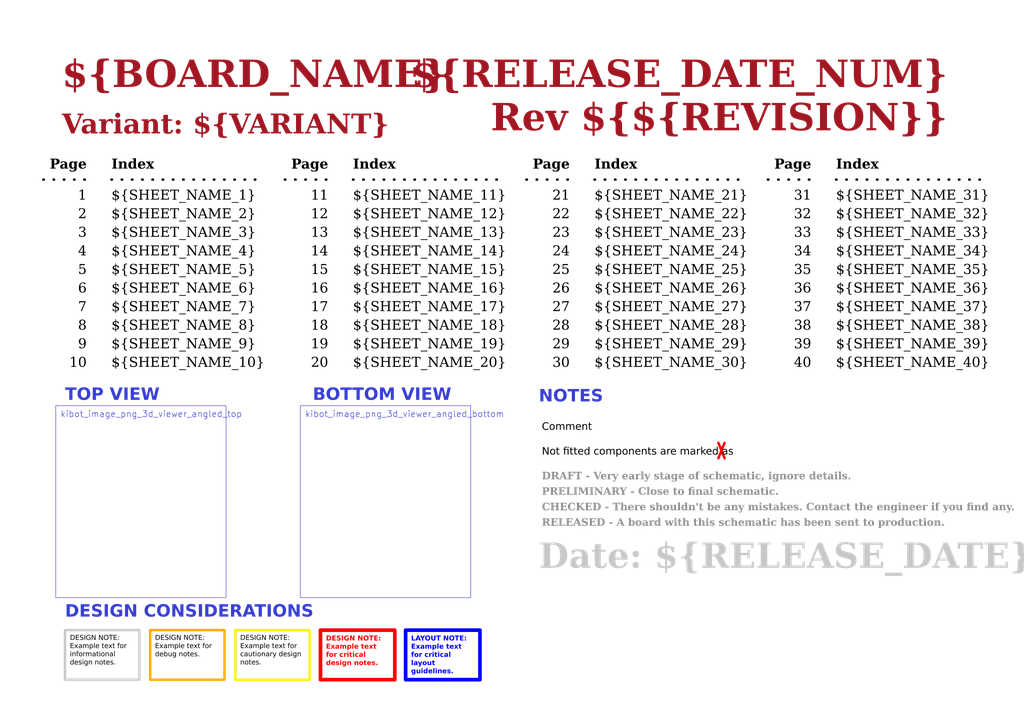
<source format=kicad_sch>
(kicad_sch
	(version 20231120)
	(generator "eeschema")
	(generator_version "8.0")
	(uuid "f9e05184-c88b-4a88-ae9c-ab2bdb32be7c")
	(paper "A3")
	(title_block
		(date "2025-01-12")
		(rev "${REVISION}")
		(company "${COMPANY}")
	)
	(lib_symbols)
	(polyline
		(pts
			(xy 45.72 73.66) (xy 106.68 73.66)
		)
		(stroke
			(width 1)
			(type dot)
			(color 0 0 0 1)
		)
		(uuid "0b94fcf5-1891-4585-9535-4e190090991a")
	)
	(polyline
		(pts
			(xy 243.84 73.66) (xy 304.8 73.66)
		)
		(stroke
			(width 1)
			(type dot)
			(color 0 0 0 1)
		)
		(uuid "0cbe4bf1-21dd-46d5-8d33-b4a3f92e1064")
	)
	(polyline
		(pts
			(xy 294.64 181.61) (xy 297.18 187.96)
		)
		(stroke
			(width 1)
			(type default)
			(color 255 0 0 1)
		)
		(uuid "3799b615-bea5-4cb3-b9a2-2785865702a8")
	)
	(polyline
		(pts
			(xy 144.78 73.66) (xy 205.74 73.66)
		)
		(stroke
			(width 1)
			(type dot)
			(color 0 0 0 1)
		)
		(uuid "47e4f34a-6663-4f9a-acb3-7cf4eb159994")
	)
	(polyline
		(pts
			(xy 215.9 73.66) (xy 233.68 73.66)
		)
		(stroke
			(width 1)
			(type dot)
			(color 0 0 0 1)
		)
		(uuid "65b7519a-f480-42a3-926a-07bd8b620575")
	)
	(polyline
		(pts
			(xy 116.84 73.66) (xy 134.62 73.66)
		)
		(stroke
			(width 1)
			(type dot)
			(color 0 0 0 1)
		)
		(uuid "722439e6-abb9-4522-8594-b3181b0d9f4e")
	)
	(polyline
		(pts
			(xy 314.96 73.66) (xy 332.74 73.66)
		)
		(stroke
			(width 1)
			(type dot)
			(color 0 0 0 1)
		)
		(uuid "936e6872-8058-45c0-a0bd-58f432e24b1a")
	)
	(polyline
		(pts
			(xy 17.78 73.66) (xy 35.56 73.66)
		)
		(stroke
			(width 1)
			(type dot)
			(color 0 0 0 1)
		)
		(uuid "a3703ec8-87d6-4c32-a8ca-249d86e6160c")
	)
	(polyline
		(pts
			(xy 297.18 181.61) (xy 294.64 187.96)
		)
		(stroke
			(width 1)
			(type default)
			(color 255 0 0 1)
		)
		(uuid "d1a06d73-e78a-446f-b9d8-0d5c726588d3")
	)
	(polyline
		(pts
			(xy 342.9 73.66) (xy 403.86 73.66)
		)
		(stroke
			(width 1)
			(type dot)
			(color 0 0 0 1)
		)
		(uuid "dee96870-b977-4804-a805-318fe8afe5f2")
	)
	(text_box "DESIGN NOTE:\nExample text for cautionary design notes."
		(exclude_from_sim no)
		(at 96.52 258.445 0)
		(size 30.48 20.32)
		(stroke
			(width 1)
			(type solid)
			(color 250 236 0 1)
		)
		(fill
			(type none)
		)
		(effects
			(font
				(face "Arial")
				(size 2 2)
				(color 0 0 0 1)
			)
			(justify left top)
		)
		(uuid "14407e09-ee6c-4b22-86d1-36d73a33e664")
	)
	(text_box "DESIGN NOTE:\nExample text for debug notes."
		(exclude_from_sim no)
		(at 61.595 258.445 0)
		(size 30.48 20.32)
		(stroke
			(width 1)
			(type solid)
			(color 255 165 0 1)
		)
		(fill
			(type none)
		)
		(effects
			(font
				(face "Arial")
				(size 2 2)
				(color 0 0 0 1)
			)
			(justify left top)
		)
		(uuid "1499d9a9-9f29-4929-8df7-74d84823ddfb")
	)
	(text_box "DESIGN NOTE:\nExample text for critical design notes."
		(exclude_from_sim no)
		(at 131.445 258.445 0)
		(size 30.48 20.32)
		(stroke
			(width 1.5)
			(type solid)
			(color 255 0 0 1)
		)
		(fill
			(type none)
		)
		(effects
			(font
				(face "Arial")
				(size 2 2)
				(thickness 0.4)
				(bold yes)
				(color 255 0 0 1)
			)
			(justify left top)
		)
		(uuid "1c311692-d683-4cdf-ac31-77bcdd4c4b39")
	)
	(text_box "LAYOUT NOTE:\nExample text for critical layout guidelines."
		(exclude_from_sim no)
		(at 166.37 258.445 0)
		(size 30.48 20.32)
		(stroke
			(width 1.5)
			(type solid)
			(color 0 0 255 1)
		)
		(fill
			(type none)
		)
		(effects
			(font
				(face "Arial")
				(size 2 2)
				(thickness 0.4)
				(bold yes)
				(color 0 0 255 1)
			)
			(justify left top)
		)
		(uuid "2efa106d-749e-4c2c-a05c-8429f99997c2")
	)
	(text_box "kibot_image_png_3d_viewer_angled_bottom"
		(exclude_from_sim no)
		(at 123.19 166.37 0)
		(size 69.85 78.74)
		(stroke
			(width 0)
			(type default)
		)
		(fill
			(type none)
		)
		(effects
			(font
				(size 2.54 2.54)
			)
			(justify left top)
		)
		(uuid "33c3f6da-ba9e-4d58-9257-d85394a72b7b")
	)
	(text_box "DESIGN NOTE:\nExample text for informational design notes."
		(exclude_from_sim no)
		(at 26.67 258.445 0)
		(size 30.48 20.32)
		(stroke
			(width 1)
			(type solid)
			(color 200 200 200 1)
		)
		(fill
			(type none)
		)
		(effects
			(font
				(face "Arial")
				(size 2 2)
				(color 0 0 0 1)
			)
			(justify left top)
		)
		(uuid "5018a9e1-9f76-429f-8094-85eee2236cda")
	)
	(text_box "kibot_image_png_3d_viewer_angled_top"
		(exclude_from_sim no)
		(at 22.86 166.37 0)
		(size 69.85 78.74)
		(stroke
			(width 0)
			(type default)
		)
		(fill
			(type none)
		)
		(effects
			(font
				(size 2.54 2.54)
			)
			(justify left top)
		)
		(uuid "62b01781-ae4a-4e68-9a17-1436f3c897e5")
	)
	(text "Variant: ${VARIANT}"
		(exclude_from_sim no)
		(at 25.4 58.42 0)
		(effects
			(font
				(face "Times New Roman")
				(size 8 8)
				(thickness 1)
				(bold yes)
				(color 162 22 34 1)
			)
			(justify left bottom)
		)
		(uuid "000ea912-7563-47e5-be4a-8607b961f825")
	)
	(text "RELEASED - A board with this schematic has been sent to production."
		(exclude_from_sim no)
		(at 222.25 217.17 0)
		(effects
			(font
				(face "Times New Roman")
				(size 3 3)
				(thickness 0.6)
				(bold yes)
				(color 140 140 140 1)
			)
			(justify left bottom)
		)
		(uuid "03a9de87-2a7c-40cc-8949-62aed018c019")
	)
	(text "${SHEET_NAME_24}"
		(exclude_from_sim no)
		(at 243.84 106.68 0)
		(effects
			(font
				(face "Times New Roman")
				(size 4 4)
				(color 0 0 0 1)
			)
			(justify left bottom)
			(href "#24")
		)
		(uuid "04fbc6ba-89e3-4184-a4b7-fc2494e97db7")
	)
	(text "20"
		(exclude_from_sim no)
		(at 134.62 152.4 0)
		(effects
			(font
				(face "Times New Roman")
				(size 4 4)
				(color 0 0 0 1)
			)
			(justify right bottom)
			(href "#20")
		)
		(uuid "06737dca-d4ba-435b-b1f2-d66691a0395e")
	)
	(text "25"
		(exclude_from_sim no)
		(at 233.68 114.3 0)
		(effects
			(font
				(face "Times New Roman")
				(size 4 4)
				(color 0 0 0 1)
			)
			(justify right bottom)
			(href "#25")
		)
		(uuid "08a32c22-6c93-4ab9-b845-4fe7f3ebca4d")
	)
	(text "Index"
		(exclude_from_sim no)
		(at 243.84 71.12 0)
		(effects
			(font
				(face "Times New Roman")
				(size 4 4)
				(bold yes)
				(color 0 0 0 1)
			)
			(justify left bottom)
		)
		(uuid "092e98e3-7957-434d-bfdd-b05263750684")
	)
	(text "Page"
		(exclude_from_sim no)
		(at 332.74 71.12 0)
		(effects
			(font
				(face "Times New Roman")
				(size 4 4)
				(bold yes)
				(color 0 0 0 1)
			)
			(justify right bottom)
		)
		(uuid "0a07419b-7688-4fe8-adeb-f976a8f4a761")
	)
	(text "13"
		(exclude_from_sim no)
		(at 134.62 99.06 0)
		(effects
			(font
				(face "Times New Roman")
				(size 4 4)
				(color 0 0 0 1)
			)
			(justify right bottom)
			(href "#13")
		)
		(uuid "0b63ff41-ef0b-4d81-be02-d672d6e4da8d")
	)
	(text "33"
		(exclude_from_sim no)
		(at 332.74 99.06 0)
		(effects
			(font
				(face "Times New Roman")
				(size 4 4)
				(color 0 0 0 1)
			)
			(justify right bottom)
			(href "#33")
		)
		(uuid "1009d74b-dab5-4621-8c04-f00d978fa044")
	)
	(text "PRELIMINARY - Close to final schematic."
		(exclude_from_sim no)
		(at 222.25 204.47 0)
		(effects
			(font
				(face "Times New Roman")
				(size 3 3)
				(thickness 0.6)
				(bold yes)
				(color 140 140 140 1)
			)
			(justify left bottom)
		)
		(uuid "11442418-ba27-4cbf-a7e2-cc6ed9935eb1")
	)
	(text "${SHEET_NAME_22}"
		(exclude_from_sim no)
		(at 243.84 91.44 0)
		(effects
			(font
				(face "Times New Roman")
				(size 4 4)
				(color 0 0 0 1)
			)
			(justify left bottom)
			(href "#22")
		)
		(uuid "1344757b-e41f-4e80-947b-0a2035b4fce9")
	)
	(text "40"
		(exclude_from_sim no)
		(at 332.74 152.4 0)
		(effects
			(font
				(face "Times New Roman")
				(size 4 4)
				(color 0 0 0 1)
			)
			(justify right bottom)
			(href "#40")
		)
		(uuid "1b2709b1-c0f7-4254-8da7-5631857d3853")
	)
	(text "26"
		(exclude_from_sim no)
		(at 233.68 121.92 0)
		(effects
			(font
				(face "Times New Roman")
				(size 4 4)
				(color 0 0 0 1)
			)
			(justify right bottom)
			(href "#26")
		)
		(uuid "1bb2d49c-6a01-4c39-832a-e9c7a051f092")
	)
	(text "7"
		(exclude_from_sim no)
		(at 35.56 129.54 0)
		(effects
			(font
				(face "Times New Roman")
				(size 4 4)
				(color 0 0 0 1)
			)
			(justify right bottom)
			(href "#7")
		)
		(uuid "1c576109-caea-431e-8644-8543de749b79")
	)
	(text "11"
		(exclude_from_sim no)
		(at 134.62 83.82 0)
		(effects
			(font
				(face "Times New Roman")
				(size 4 4)
				(color 0 0 0 1)
			)
			(justify right bottom)
			(href "#11")
		)
		(uuid "22628abe-bb8c-4ca9-a559-3456e08ce477")
	)
	(text "DRAFT - Very early stage of schematic, ignore details."
		(exclude_from_sim no)
		(at 222.25 198.12 0)
		(effects
			(font
				(face "Times New Roman")
				(size 3 3)
				(thickness 0.6)
				(bold yes)
				(color 140 140 140 1)
			)
			(justify left bottom)
		)
		(uuid "23bcc4dd-d59d-4c05-b342-2d26db58b8da")
	)
	(text "28"
		(exclude_from_sim no)
		(at 233.68 137.16 0)
		(effects
			(font
				(face "Times New Roman")
				(size 4 4)
				(color 0 0 0 1)
			)
			(justify right bottom)
			(href "#28")
		)
		(uuid "2442a9e6-4622-4ba0-aee4-95e9a2355828")
	)
	(text "${SHEET_NAME_12}"
		(exclude_from_sim no)
		(at 144.78 91.44 0)
		(effects
			(font
				(face "Times New Roman")
				(size 4 4)
				(color 0 0 0 1)
			)
			(justify left bottom)
			(href "#12")
		)
		(uuid "26f0a480-abfd-4d9b-ac68-8bdfd526e094")
	)
	(text "${SHEET_NAME_8}"
		(exclude_from_sim no)
		(at 45.72 137.16 0)
		(effects
			(font
				(face "Times New Roman")
				(size 4 4)
				(color 0 0 0 1)
			)
			(justify left bottom)
			(href "#8")
		)
		(uuid "28b58a16-122b-49e8-afa7-48c2618dc53d")
	)
	(text "10"
		(exclude_from_sim no)
		(at 35.56 152.4 0)
		(effects
			(font
				(face "Times New Roman")
				(size 4 4)
				(color 0 0 0 1)
			)
			(justify right bottom)
			(href "#10")
		)
		(uuid "29df70b5-9e00-4105-9e4f-bc7dc20e3f72")
	)
	(text "${SHEET_NAME_2}"
		(exclude_from_sim no)
		(at 45.72 91.44 0)
		(effects
			(font
				(face "Times New Roman")
				(size 4 4)
				(color 0 0 0 1)
			)
			(justify left bottom)
			(href "#2")
		)
		(uuid "29fb83bd-9708-49c1-a835-3671e07a7b95")
	)
	(text "${SHEET_NAME_5}"
		(exclude_from_sim no)
		(at 45.72 114.3 0)
		(effects
			(font
				(face "Times New Roman")
				(size 4 4)
				(color 0 0 0 1)
			)
			(justify left bottom)
			(href "#5")
		)
		(uuid "2ac8cebd-4832-4e21-b843-d3261443e2b6")
	)
	(text "Index"
		(exclude_from_sim no)
		(at 342.9 71.12 0)
		(effects
			(font
				(face "Times New Roman")
				(size 4 4)
				(bold yes)
				(color 0 0 0 1)
			)
			(justify left bottom)
		)
		(uuid "2d20b110-4122-4bb3-85c6-52f89dff8d1f")
	)
	(text "31"
		(exclude_from_sim no)
		(at 332.74 83.82 0)
		(effects
			(font
				(face "Times New Roman")
				(size 4 4)
				(color 0 0 0 1)
			)
			(justify right bottom)
			(href "#31")
		)
		(uuid "2e769767-b079-43e5-b995-04b63f171ffa")
	)
	(text "${SHEET_NAME_20}"
		(exclude_from_sim no)
		(at 144.78 152.4 0)
		(effects
			(font
				(face "Times New Roman")
				(size 4 4)
				(color 0 0 0 1)
			)
			(justify left bottom)
			(href "#20")
		)
		(uuid "2ebc04cc-20ea-44c3-8fd2-b0fb93c45b42")
	)
	(text "Page"
		(exclude_from_sim no)
		(at 35.56 71.12 0)
		(effects
			(font
				(face "Times New Roman")
				(size 4 4)
				(bold yes)
				(color 0 0 0 1)
			)
			(justify right bottom)
		)
		(uuid "31a5a95f-a57b-403a-98da-2e1fbe2b2295")
	)
	(text "14"
		(exclude_from_sim no)
		(at 134.62 106.68 0)
		(effects
			(font
				(face "Times New Roman")
				(size 4 4)
				(color 0 0 0 1)
			)
			(justify right bottom)
			(href "#14")
		)
		(uuid "38a1da8c-a9d9-432f-9233-200e69e13b3a")
	)
	(text "${SHEET_NAME_23}"
		(exclude_from_sim no)
		(at 243.84 99.06 0)
		(effects
			(font
				(face "Times New Roman")
				(size 4 4)
				(color 0 0 0 1)
			)
			(justify left bottom)
			(href "#23")
		)
		(uuid "3946100b-591d-4e38-9079-fe42aa6dc626")
	)
	(text "Page"
		(exclude_from_sim no)
		(at 134.62 71.12 0)
		(effects
			(font
				(face "Times New Roman")
				(size 4 4)
				(bold yes)
				(color 0 0 0 1)
			)
			(justify right bottom)
		)
		(uuid "3e77b120-e346-455e-abaf-4a9c7d1682fd")
	)
	(text "${RELEASE_DATE_NUM}"
		(exclude_from_sim no)
		(at 388.62 40.64 0)
		(effects
			(font
				(face "Times New Roman")
				(size 11 11)
				(thickness 1)
				(bold yes)
				(color 162 22 34 1)
			)
			(justify right bottom)
		)
		(uuid "41e90dbf-cdb3-4f5b-b829-1b84a76a5924")
	)
	(text "24"
		(exclude_from_sim no)
		(at 233.68 106.68 0)
		(effects
			(font
				(face "Times New Roman")
				(size 4 4)
				(color 0 0 0 1)
			)
			(justify right bottom)
			(href "#24")
		)
		(uuid "49255cb5-4dcc-42be-a136-139aba5d7504")
	)
	(text "23"
		(exclude_from_sim no)
		(at 233.68 99.06 0)
		(effects
			(font
				(face "Times New Roman")
				(size 4 4)
				(color 0 0 0 1)
			)
			(justify right bottom)
			(href "#23")
		)
		(uuid "4a052e6c-e34b-452d-a22e-3979cd214786")
	)
	(text "1"
		(exclude_from_sim no)
		(at 35.56 83.82 0)
		(effects
			(font
				(face "Times New Roman")
				(size 4 4)
				(color 0 0 0 1)
			)
			(justify right bottom)
			(href "#1")
		)
		(uuid "4b0ed47a-9b59-42f0-a2af-ecaccf5a89c3")
	)
	(text "30"
		(exclude_from_sim no)
		(at 233.68 152.4 0)
		(effects
			(font
				(face "Times New Roman")
				(size 4 4)
				(color 0 0 0 1)
			)
			(justify right bottom)
			(href "#30")
		)
		(uuid "4e5b665c-4c27-411d-8242-f1249e25cce0")
	)
	(text "${SHEET_NAME_35}"
		(exclude_from_sim no)
		(at 342.9 114.3 0)
		(effects
			(font
				(face "Times New Roman")
				(size 4 4)
				(color 0 0 0 1)
			)
			(justify left bottom)
			(href "#35")
		)
		(uuid "4fefe87c-0c25-43e5-a3b2-18b15abe07e3")
	)
	(text "Not fitted components are marked as"
		(exclude_from_sim no)
		(at 222.25 187.96 0)
		(effects
			(font
				(face "Arial")
				(size 3 3)
				(color 0 0 0 1)
			)
			(justify left bottom)
		)
		(uuid "5135dbd7-df4e-46cd-8739-492cd009b1f6")
	)
	(text "${SHEET_NAME_11}"
		(exclude_from_sim no)
		(at 144.78 83.82 0)
		(effects
			(font
				(face "Times New Roman")
				(size 4 4)
				(color 0 0 0 1)
			)
			(justify left bottom)
			(href "#11")
		)
		(uuid "521b08c4-0bd9-4d68-80be-7478df8fbde9")
	)
	(text "32"
		(exclude_from_sim no)
		(at 332.74 91.44 0)
		(effects
			(font
				(face "Times New Roman")
				(size 4 4)
				(color 0 0 0 1)
			)
			(justify right bottom)
			(href "#32")
		)
		(uuid "53818ecd-325c-48e2-bb9d-ec3fb48f34c9")
	)
	(text "${SHEET_NAME_6}"
		(exclude_from_sim no)
		(at 45.72 121.92 0)
		(effects
			(font
				(face "Times New Roman")
				(size 4 4)
				(color 0 0 0 1)
			)
			(justify left bottom)
			(href "#6")
		)
		(uuid "58cf0eb5-a6da-463e-aeda-fbe87a3cd079")
	)
	(text "36"
		(exclude_from_sim no)
		(at 332.74 121.92 0)
		(effects
			(font
				(face "Times New Roman")
				(size 4 4)
				(color 0 0 0 1)
			)
			(justify right bottom)
			(href "#36")
		)
		(uuid "5dac577c-aef6-4b3c-9237-0c2b9f804fbc")
	)
	(text "${SHEET_NAME_37}"
		(exclude_from_sim no)
		(at 342.9 129.54 0)
		(effects
			(font
				(face "Times New Roman")
				(size 4 4)
				(color 0 0 0 1)
			)
			(justify left bottom)
			(href "#37")
		)
		(uuid "5f3a4b8b-6b33-42d9-ac5f-6e29aa22b302")
	)
	(text "35"
		(exclude_from_sim no)
		(at 332.74 114.3 0)
		(effects
			(font
				(face "Times New Roman")
				(size 4 4)
				(color 0 0 0 1)
			)
			(justify right bottom)
			(href "#35")
		)
		(uuid "644cbbc3-098e-4ecf-ac2f-be88f0d22361")
	)
	(text "${SHEET_NAME_26}"
		(exclude_from_sim no)
		(at 243.84 121.92 0)
		(effects
			(font
				(face "Times New Roman")
				(size 4 4)
				(color 0 0 0 1)
			)
			(justify left bottom)
			(href "#26")
		)
		(uuid "6a548554-e772-43f3-ba5d-01026d9a064a")
	)
	(text "${SHEET_NAME_36}"
		(exclude_from_sim no)
		(at 342.9 121.92 0)
		(effects
			(font
				(face "Times New Roman")
				(size 4 4)
				(color 0 0 0 1)
			)
			(justify left bottom)
			(href "#36")
		)
		(uuid "6b8d090b-e89a-4677-84e9-b64a5fead89e")
	)
	(text "Rev ${REVISION}"
		(exclude_from_sim no)
		(at 388.62 58.42 0)
		(effects
			(font
				(face "Times New Roman")
				(size 11 11)
				(thickness 1)
				(bold yes)
				(color 162 22 34 1)
			)
			(justify right bottom)
		)
		(uuid "6d1761f6-980b-4588-8313-1bd3d937c291")
	)
	(text "${SHEET_NAME_15}"
		(exclude_from_sim no)
		(at 144.78 114.3 0)
		(effects
			(font
				(face "Times New Roman")
				(size 4 4)
				(color 0 0 0 1)
			)
			(justify left bottom)
			(href "#15")
		)
		(uuid "6f858022-2996-4265-8d0d-5392f83665ac")
	)
	(text "CHECKED - There shouldn't be any mistakes. Contact the engineer if you find any."
		(exclude_from_sim no)
		(at 222.25 210.82 0)
		(effects
			(font
				(face "Times New Roman")
				(size 3 3)
				(thickness 0.6)
				(bold yes)
				(color 140 140 140 1)
			)
			(justify left bottom)
		)
		(uuid "701d40a5-7fcc-4d35-a582-e3de3695524c")
	)
	(text "BOTTOM VIEW"
		(exclude_from_sim no)
		(at 128.27 166.37 0)
		(effects
			(font
				(face "Arial")
				(size 5 5)
				(bold yes)
				(color 53 60 207 1)
			)
			(justify left bottom)
		)
		(uuid "703db123-558f-4f87-9ff5-c08a220fcdc6")
	)
	(text "${SHEET_NAME_14}"
		(exclude_from_sim no)
		(at 144.78 106.68 0)
		(effects
			(font
				(face "Times New Roman")
				(size 4 4)
				(color 0 0 0 1)
			)
			(justify left bottom)
			(href "#14")
		)
		(uuid "72182600-e68c-43f8-9305-59c8d8dbdc8c")
	)
	(text "${SHEET_NAME_21}"
		(exclude_from_sim no)
		(at 243.84 83.82 0)
		(effects
			(font
				(face "Times New Roman")
				(size 4 4)
				(color 0 0 0 1)
			)
			(justify left bottom)
			(href "#21")
		)
		(uuid "72cf7e48-8628-4785-b42d-ebcc097e0da2")
	)
	(text "12"
		(exclude_from_sim no)
		(at 134.62 91.44 0)
		(effects
			(font
				(face "Times New Roman")
				(size 4 4)
				(color 0 0 0 1)
			)
			(justify right bottom)
			(href "#12")
		)
		(uuid "75d0a1ef-aac5-4003-9e33-aca70ed59023")
	)
	(text "2"
		(exclude_from_sim no)
		(at 35.56 91.44 0)
		(effects
			(font
				(face "Times New Roman")
				(size 4 4)
				(color 0 0 0 1)
			)
			(justify right bottom)
			(href "#2")
		)
		(uuid "761d5be9-e72f-40b6-b87c-29a6aedc1cd0")
	)
	(text "3"
		(exclude_from_sim no)
		(at 35.56 99.06 0)
		(effects
			(font
				(face "Times New Roman")
				(size 4 4)
				(color 0 0 0 1)
			)
			(justify right bottom)
			(href "#3")
		)
		(uuid "7e0f51ce-8c6b-42f9-82d1-98045fd01389")
	)
	(text "${SHEET_NAME_17}"
		(exclude_from_sim no)
		(at 144.78 129.54 0)
		(effects
			(font
				(face "Times New Roman")
				(size 4 4)
				(color 0 0 0 1)
			)
			(justify left bottom)
			(href "#17")
		)
		(uuid "7eaebe1b-e206-4517-a346-0f3f402aebc2")
	)
	(text "37"
		(exclude_from_sim no)
		(at 332.74 129.54 0)
		(effects
			(font
				(face "Times New Roman")
				(size 4 4)
				(color 0 0 0 1)
			)
			(justify right bottom)
			(href "#37")
		)
		(uuid "7f350ec2-91bd-412b-bb17-e3550be6b6fc")
	)
	(text "29"
		(exclude_from_sim no)
		(at 233.68 144.78 0)
		(effects
			(font
				(face "Times New Roman")
				(size 4 4)
				(color 0 0 0 1)
			)
			(justify right bottom)
			(href "#29")
		)
		(uuid "82c607a8-c0a1-4069-b837-ce96dd0eb2bb")
	)
	(text "21"
		(exclude_from_sim no)
		(at 233.68 83.82 0)
		(effects
			(font
				(face "Times New Roman")
				(size 4 4)
				(color 0 0 0 1)
			)
			(justify right bottom)
			(href "#21")
		)
		(uuid "84a2fca0-fdc8-451e-ba92-d21bfe34f79c")
	)
	(text "${SHEET_NAME_18}"
		(exclude_from_sim no)
		(at 144.78 137.16 0)
		(effects
			(font
				(face "Times New Roman")
				(size 4 4)
				(color 0 0 0 1)
			)
			(justify left bottom)
			(href "#18")
		)
		(uuid "861c9b1c-f3f7-4abd-84e4-7e4ecba3dc9e")
	)
	(text "Date: ${RELEASE_DATE}"
		(exclude_from_sim no)
		(at 220.98 237.49 0)
		(effects
			(font
				(face "Times New Roman")
				(size 10.16 10.16)
				(thickness 0.6)
				(bold yes)
				(color 200 200 200 1)
			)
			(justify left bottom)
		)
		(uuid "87564db8-be77-4805-a256-abae1e9d7c5b")
	)
	(text "27"
		(exclude_from_sim no)
		(at 233.68 129.54 0)
		(effects
			(font
				(face "Times New Roman")
				(size 4 4)
				(color 0 0 0 1)
			)
			(justify right bottom)
			(href "#27")
		)
		(uuid "87fa597a-67b4-46be-afa2-208d91b20ddd")
	)
	(text "${SHEET_NAME_7}"
		(exclude_from_sim no)
		(at 45.72 129.54 0)
		(effects
			(font
				(face "Times New Roman")
				(size 4 4)
				(color 0 0 0 1)
			)
			(justify left bottom)
			(href "#7")
		)
		(uuid "89dd6e8c-069a-4815-966a-9a118eca524b")
	)
	(text "${SHEET_NAME_31}"
		(exclude_from_sim no)
		(at 342.9 83.82 0)
		(effects
			(font
				(face "Times New Roman")
				(size 4 4)
				(color 0 0 0 1)
			)
			(justify left bottom)
			(href "#31")
		)
		(uuid "8a503a63-fb6c-4df5-a6fc-bc8076c7c001")
	)
	(text "5"
		(exclude_from_sim no)
		(at 35.56 114.3 0)
		(effects
			(font
				(face "Times New Roman")
				(size 4 4)
				(color 0 0 0 1)
			)
			(justify right bottom)
			(href "#5")
		)
		(uuid "8b821864-881a-4cb0-856b-2d9a97f6404e")
	)
	(text "${BOARD_NAME}"
		(exclude_from_sim no)
		(at 25.4 40.64 0)
		(effects
			(font
				(face "Times New Roman")
				(size 11 11)
				(thickness 1)
				(bold yes)
				(color 162 22 34 1)
			)
			(justify left bottom)
		)
		(uuid "8cf431a6-8908-4048-b4aa-271da433a961")
	)
	(text "NOTES"
		(exclude_from_sim no)
		(at 220.98 167.005 0)
		(effects
			(font
				(face "Arial")
				(size 5 5)
				(bold yes)
				(color 53 60 207 1)
			)
			(justify left bottom)
		)
		(uuid "8e0f503c-d18d-404c-84d2-434629c63a09")
	)
	(text "${SHEET_NAME_40}"
		(exclude_from_sim no)
		(at 342.9 152.4 0)
		(effects
			(font
				(face "Times New Roman")
				(size 4 4)
				(color 0 0 0 1)
			)
			(justify left bottom)
			(href "#40")
		)
		(uuid "932682d2-768a-4ce2-8f74-01d2dff2d205")
	)
	(text "18"
		(exclude_from_sim no)
		(at 134.62 137.16 0)
		(effects
			(font
				(face "Times New Roman")
				(size 4 4)
				(color 0 0 0 1)
			)
			(justify right bottom)
			(href "#18")
		)
		(uuid "947e5fec-ce7e-4c5c-82f3-37357af6847d")
	)
	(text "Index"
		(exclude_from_sim no)
		(at 144.78 71.12 0)
		(effects
			(font
				(face "Times New Roman")
				(size 4 4)
				(bold yes)
				(color 0 0 0 1)
			)
			(justify left bottom)
		)
		(uuid "97025432-9170-4ff8-8e9c-fb0b93788c7e")
	)
	(text "${SHEET_NAME_39}"
		(exclude_from_sim no)
		(at 342.9 144.78 0)
		(effects
			(font
				(face "Times New Roman")
				(size 4 4)
				(color 0 0 0 1)
			)
			(justify left bottom)
			(href "#39")
		)
		(uuid "9b659720-c6a5-452d-8e4b-d10969349253")
	)
	(text "${SHEET_NAME_32}"
		(exclude_from_sim no)
		(at 342.9 91.44 0)
		(effects
			(font
				(face "Times New Roman")
				(size 4 4)
				(color 0 0 0 1)
			)
			(justify left bottom)
			(href "#32")
		)
		(uuid "a1062a1d-8c7d-434b-8e41-f018a76ce75c")
	)
	(text "17"
		(exclude_from_sim no)
		(at 134.62 129.54 0)
		(effects
			(font
				(face "Times New Roman")
				(size 4 4)
				(color 0 0 0 1)
			)
			(justify right bottom)
			(href "#17")
		)
		(uuid "a9d84c05-5f8c-4dbb-9619-711f551866b8")
	)
	(text "${SHEET_NAME_1}"
		(exclude_from_sim no)
		(at 45.72 83.82 0)
		(effects
			(font
				(face "Times New Roman")
				(size 4 4)
				(color 0 0 0 1)
			)
			(justify left bottom)
			(href "#1")
		)
		(uuid "afc0bb31-890a-4961-a87a-e0895bcdf665")
	)
	(text "${SHEET_NAME_9}"
		(exclude_from_sim no)
		(at 45.72 144.78 0)
		(effects
			(font
				(face "Times New Roman")
				(size 4 4)
				(color 0 0 0 1)
			)
			(justify left bottom)
			(href "#9")
		)
		(uuid "b5ff3e63-17a3-45d1-8810-34d8d7fe669a")
	)
	(text "${SHEET_NAME_38}"
		(exclude_from_sim no)
		(at 342.9 137.16 0)
		(effects
			(font
				(face "Times New Roman")
				(size 4 4)
				(color 0 0 0 1)
			)
			(justify left bottom)
			(href "#38")
		)
		(uuid "b69e0f14-9732-46c9-88d6-21c0fc2c6a07")
	)
	(text "8"
		(exclude_from_sim no)
		(at 35.56 137.16 0)
		(effects
			(font
				(face "Times New Roman")
				(size 4 4)
				(color 0 0 0 1)
			)
			(justify right bottom)
			(href "#8")
		)
		(uuid "bc946718-a2ab-40c8-8097-9c7e05954e3f")
	)
	(text "${SHEET_NAME_29}"
		(exclude_from_sim no)
		(at 243.84 144.78 0)
		(effects
			(font
				(face "Times New Roman")
				(size 4 4)
				(color 0 0 0 1)
			)
			(justify left bottom)
			(href "#29")
		)
		(uuid "bd1c778b-6b29-4b16-9eff-22de4e335241")
	)
	(text "16"
		(exclude_from_sim no)
		(at 134.62 121.92 0)
		(effects
			(font
				(face "Times New Roman")
				(size 4 4)
				(color 0 0 0 1)
			)
			(justify right bottom)
			(href "#16")
		)
		(uuid "bf5fa6d6-b99b-4e2a-8d79-716b5f8f7abf")
	)
	(text "${SHEET_NAME_34}"
		(exclude_from_sim no)
		(at 342.9 106.68 0)
		(effects
			(font
				(face "Times New Roman")
				(size 4 4)
				(color 0 0 0 1)
			)
			(justify left bottom)
			(href "#34")
		)
		(uuid "c1d78a38-10ea-4159-8081-409282f45a7b")
	)
	(text "${SHEET_NAME_16}"
		(exclude_from_sim no)
		(at 144.78 121.92 0)
		(effects
			(font
				(face "Times New Roman")
				(size 4 4)
				(color 0 0 0 1)
			)
			(justify left bottom)
			(href "#16")
		)
		(uuid "c400b0a7-a930-450f-bf64-22d3913219ae")
	)
	(text "${SHEET_NAME_3}"
		(exclude_from_sim no)
		(at 45.72 99.06 0)
		(effects
			(font
				(face "Times New Roman")
				(size 4 4)
				(color 0 0 0 1)
			)
			(justify left bottom)
			(href "#3")
		)
		(uuid "c47fb2b3-a3ce-4ab0-8283-8dc8a58975c2")
	)
	(text "${SHEET_NAME_19}"
		(exclude_from_sim no)
		(at 144.78 144.78 0)
		(effects
			(font
				(face "Times New Roman")
				(size 4 4)
				(color 0 0 0 1)
			)
			(justify left bottom)
			(href "#19")
		)
		(uuid "c67f1741-9f9b-4afd-9d0e-53f95cc87e3f")
	)
	(text "39"
		(exclude_from_sim no)
		(at 332.74 144.78 0)
		(effects
			(font
				(face "Times New Roman")
				(size 4 4)
				(color 0 0 0 1)
			)
			(justify right bottom)
			(href "#39")
		)
		(uuid "c70c3e5e-4d3f-4182-9ae5-10ba4deb3184")
	)
	(text "Page"
		(exclude_from_sim no)
		(at 233.68 71.12 0)
		(effects
			(font
				(face "Times New Roman")
				(size 4 4)
				(bold yes)
				(color 0 0 0 1)
			)
			(justify right bottom)
		)
		(uuid "c7960137-7711-4ffe-94cf-8be0bcb30b2c")
	)
	(text "Comment"
		(exclude_from_sim no)
		(at 222.25 177.8 0)
		(effects
			(font
				(face "Arial")
				(size 3 3)
				(color 0 0 0 1)
			)
			(justify left bottom)
		)
		(uuid "cd70c2d3-2fc1-43f3-bef3-88f512b1207b")
	)
	(text "TOP VIEW"
		(exclude_from_sim no)
		(at 26.67 166.37 0)
		(effects
			(font
				(face "Arial")
				(size 5 5)
				(bold yes)
				(color 53 60 207 1)
			)
			(justify left bottom)
		)
		(uuid "ce023428-5906-4952-b62a-b62507403698")
	)
	(text "34"
		(exclude_from_sim no)
		(at 332.74 106.68 0)
		(effects
			(font
				(face "Times New Roman")
				(size 4 4)
				(color 0 0 0 1)
			)
			(justify right bottom)
			(href "#34")
		)
		(uuid "d3189638-1afe-44da-8649-12ada9035b76")
	)
	(text "${SHEET_NAME_10}"
		(exclude_from_sim no)
		(at 45.72 152.4 0)
		(effects
			(font
				(face "Times New Roman")
				(size 4 4)
				(color 0 0 0 1)
			)
			(justify left bottom)
			(href "#10")
		)
		(uuid "d794f70b-0900-43e4-9530-3b5babcc433e")
	)
	(text "Index"
		(exclude_from_sim no)
		(at 45.72 71.12 0)
		(effects
			(font
				(face "Times New Roman")
				(size 4 4)
				(bold yes)
				(color 0 0 0 1)
			)
			(justify left bottom)
		)
		(uuid "e26ac9c4-c495-4cb1-ac42-54859d23390e")
	)
	(text "22"
		(exclude_from_sim no)
		(at 233.68 91.44 0)
		(effects
			(font
				(face "Times New Roman")
				(size 4 4)
				(color 0 0 0 1)
			)
			(justify right bottom)
			(href "#22")
		)
		(uuid "e464589f-dbb4-4402-a897-ab7ace77ceac")
	)
	(text "19"
		(exclude_from_sim no)
		(at 134.62 144.78 0)
		(effects
			(font
				(face "Times New Roman")
				(size 4 4)
				(color 0 0 0 1)
			)
			(justify right bottom)
			(href "#19")
		)
		(uuid "e62751b9-589e-4651-9101-35d4946b6768")
	)
	(text "${SHEET_NAME_28}"
		(exclude_from_sim no)
		(at 243.84 137.16 0)
		(effects
			(font
				(face "Times New Roman")
				(size 4 4)
				(color 0 0 0 1)
			)
			(justify left bottom)
			(href "#28")
		)
		(uuid "e679e400-fb5c-43a2-bfd2-0dcd93a17a1a")
	)
	(text "${SHEET_NAME_13}"
		(exclude_from_sim no)
		(at 144.78 99.06 0)
		(effects
			(font
				(face "Times New Roman")
				(size 4 4)
				(color 0 0 0 1)
			)
			(justify left bottom)
			(href "#13")
		)
		(uuid "e6900504-0ef7-479b-92ed-1bc93bd1281c")
	)
	(text "6"
		(exclude_from_sim no)
		(at 35.56 121.92 0)
		(effects
			(font
				(face "Times New Roman")
				(size 4 4)
				(color 0 0 0 1)
			)
			(justify right bottom)
			(href "#6")
		)
		(uuid "ea04c009-8a6e-4df8-a10e-287d81493227")
	)
	(text "15"
		(exclude_from_sim no)
		(at 134.62 114.3 0)
		(effects
			(font
				(face "Times New Roman")
				(size 4 4)
				(color 0 0 0 1)
			)
			(justify right bottom)
			(href "#15")
		)
		(uuid "eac1b517-2ecd-430e-b5b5-e084b3378285")
	)
	(text "${SHEET_NAME_27}"
		(exclude_from_sim no)
		(at 243.84 129.54 0)
		(effects
			(font
				(face "Times New Roman")
				(size 4 4)
				(color 0 0 0 1)
			)
			(justify left bottom)
			(href "#27")
		)
		(uuid "f1b2ac77-8d21-44ea-98ed-905cdacdbace")
	)
	(text "38"
		(exclude_from_sim no)
		(at 332.74 137.16 0)
		(effects
			(font
				(face "Times New Roman")
				(size 4 4)
				(color 0 0 0 1)
			)
			(justify right bottom)
			(href "#38")
		)
		(uuid "f2e05e86-1996-40cc-90aa-23adafc3587e")
	)
	(text "${SHEET_NAME_4}"
		(exclude_from_sim no)
		(at 45.72 106.68 0)
		(effects
			(font
				(face "Times New Roman")
				(size 4 4)
				(color 0 0 0 1)
			)
			(justify left bottom)
			(href "#4")
		)
		(uuid "f38b3e41-64f1-4162-9fc3-42a2ad6ca733")
	)
	(text "9"
		(exclude_from_sim no)
		(at 35.56 144.78 0)
		(effects
			(font
				(face "Times New Roman")
				(size 4 4)
				(color 0 0 0 1)
			)
			(justify right bottom)
			(href "#9")
		)
		(uuid "f5bbe170-3943-4a40-9782-9cbd23ca5c03")
	)
	(text "${SHEET_NAME_33}"
		(exclude_from_sim no)
		(at 342.9 99.06 0)
		(effects
			(font
				(face "Times New Roman")
				(size 4 4)
				(color 0 0 0 1)
			)
			(justify left bottom)
			(href "#33")
		)
		(uuid "f879701f-b24c-4cea-9a39-bc4c0256418b")
	)
	(text "${SHEET_NAME_30}"
		(exclude_from_sim no)
		(at 243.84 152.4 0)
		(effects
			(font
				(face "Times New Roman")
				(size 4 4)
				(color 0 0 0 1)
			)
			(justify left bottom)
			(href "#30")
		)
		(uuid "f92e3186-6b58-461a-bb76-e9302812a57d")
	)
	(text "4"
		(exclude_from_sim no)
		(at 35.56 106.68 0)
		(effects
			(font
				(face "Times New Roman")
				(size 4 4)
				(color 0 0 0 1)
			)
			(justify right bottom)
			(href "#4")
		)
		(uuid "f9755639-0775-4570-b6a2-9829625b15ba")
	)
	(text "${SHEET_NAME_25}"
		(exclude_from_sim no)
		(at 243.84 114.3 0)
		(effects
			(font
				(face "Times New Roman")
				(size 4 4)
				(color 0 0 0 1)
			)
			(justify left bottom)
			(href "#25")
		)
		(uuid "fa27d78d-b2a9-4762-a3f3-e3c37db14fec")
	)
	(text "DESIGN CONSIDERATIONS"
		(exclude_from_sim no)
		(at 26.67 255.27 0)
		(effects
			(font
				(face "Arial")
				(size 5 5)
				(bold yes)
				(color 53 60 207 1)
			)
			(justify left bottom)
		)
		(uuid "faea8a5f-3a8f-49cb-9832-569be941b06b")
	)
	(sheet
		(at 340.36 302.26)
		(size 35.56 5.08)
		(stroke
			(width 0)
			(type solid)
		)
		(fill
			(color 0 0 0 0.0000)
		)
		(uuid "6e125bd6-2f99-4e5d-b3ea-4899f4540739")
		(property "Sheetname" "Revision History"
			(at 340.36 300.99 0)
			(effects
				(font
					(face "Times New Roman")
					(size 1.905 1.905)
					(bold yes)
					(color 0 0 0 1)
				)
				(justify left bottom)
			)
		)
		(property "Sheetfile" "Revision History.kicad_sch"
			(at 340.995 303.53 0)
			(effects
				(font
					(face "Arial")
					(size 1.27 1.27)
				)
				(justify left top)
			)
		)
		(instances
			(project "KiBot_Project_Test"
				(path "/f9e05184-c88b-4a88-ae9c-ab2bdb32be7c"
					(page "7")
				)
			)
		)
	)
	(sheet
		(at 299.72 302.26)
		(size 35.56 5.08)
		(stroke
			(width 0.1524)
			(type solid)
		)
		(fill
			(color 0 0 0 0.0000)
		)
		(uuid "82da9dbf-ba38-4d08-ba35-a220fa2963b1")
		(property "Sheetname" "Block Diagram"
			(at 299.72 301.2309 0)
			(effects
				(font
					(face "Times New Roman")
					(size 1.905 1.905)
					(bold yes)
					(color 0 0 0 1)
				)
				(justify left bottom)
			)
		)
		(property "Sheetfile" "Block Diagram.kicad_sch"
			(at 300.99 303.53 0)
			(effects
				(font
					(face "Arial")
					(size 1.27 1.27)
				)
				(justify left top)
			)
		)
		(instances
			(project "KiBot_Project_Test"
				(path "/f9e05184-c88b-4a88-ae9c-ab2bdb32be7c"
					(page "2")
				)
			)
		)
	)
	(sheet
		(at 299.72 313.69)
		(size 35.56 5.08)
		(stroke
			(width 0.1524)
			(type solid)
		)
		(fill
			(color 0 0 0 0.0000)
		)
		(uuid "c5103ceb-5325-4a84-a025-9638a412984e")
		(property "Sheetname" "Project Architecture"
			(at 299.72 312.6609 0)
			(effects
				(font
					(face "Times New Roman")
					(size 1.905 1.905)
					(bold yes)
					(color 0 0 0 1)
				)
				(justify left bottom)
			)
		)
		(property "Sheetfile" "Project Architecture.kicad_sch"
			(at 300.99 314.96 0)
			(effects
				(font
					(face "Arial")
					(size 1.27 1.27)
				)
				(justify left top)
			)
		)
		(instances
			(project "KiBot_Project_Test"
				(path "/f9e05184-c88b-4a88-ae9c-ab2bdb32be7c"
					(page "3")
				)
			)
		)
	)
	(sheet_instances
		(path "/"
			(page "1")
		)
	)
)

</source>
